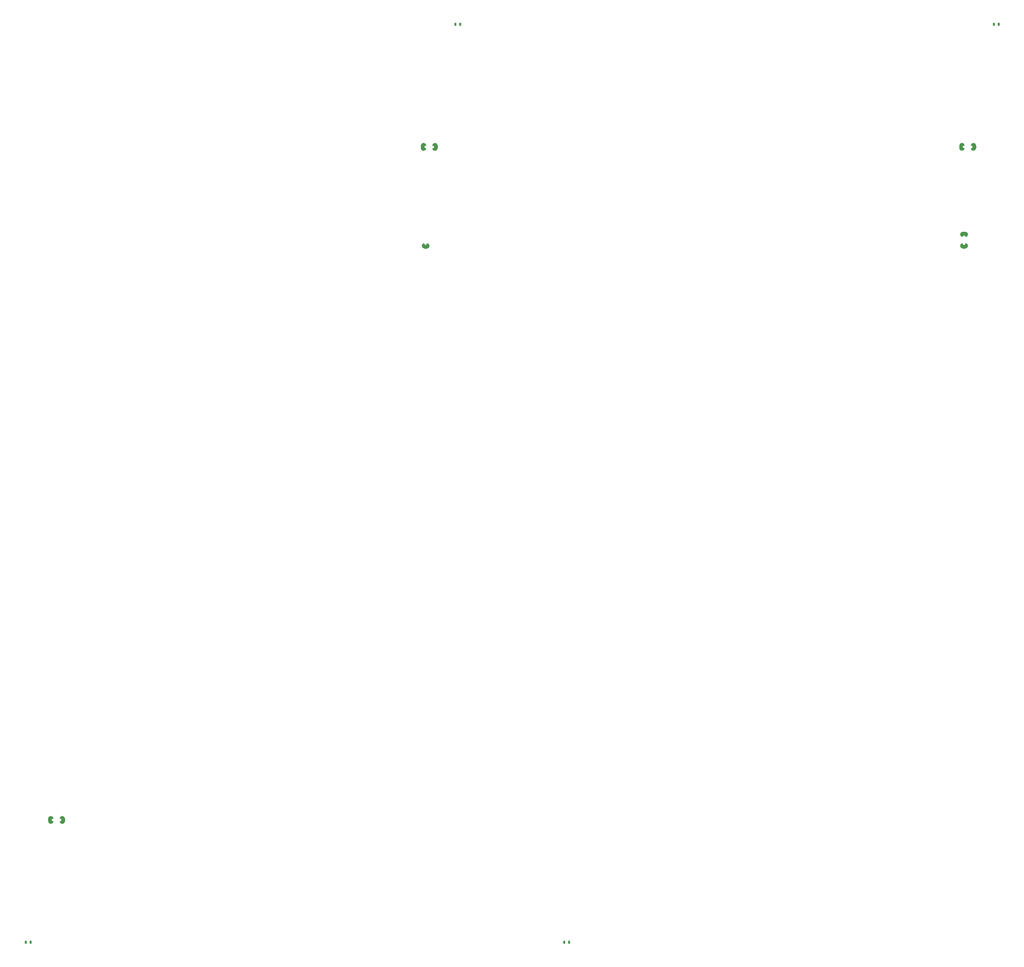
<source format=gbr>
G04 Generated by CircuitCAM Version 4.4*
%FSLAX33Y33*%
%MOMM*%
%ADD10C,0.000000*%
%ADD11C,0.100000*%
%AMROUNDED387*21,1,0.380000,0.280000,0,0,0.0*
21,1,0.280000,0.380000,0,0,0.0*
1,1,0.100000,0.140000,0.140000*
1,1,0.100000,0.140000,-0.140000*
1,1,0.100000,-0.140000,-0.140000*
1,1,0.100000,-0.140000,0.140000*%
%ADD387ROUNDED387*%
%AMROUNDED388*21,1,0.480000,0.380000,0,0,0.0*
21,1,0.380000,0.480000,0,0,0.0*
1,1,0.100000,0.190000,0.190000*
1,1,0.100000,0.190000,-0.190000*
1,1,0.100000,-0.190000,-0.190000*
1,1,0.100000,-0.190000,0.190000*%
%ADD388ROUNDED388*%
%ADD276R,0.914400X1.168400*%
%ADD83R,0.450088X0.549910*%
%ADD295R,1.320800X1.117600*%
%ADD389R,1.117600X1.320800*%
%ADD429O,1.300000X0.500000*%
%ADD430O,1.500000X0.500000*%
%ADD431O,1.370000X0.500000*%
%ADD433O,0.500000X1.500000*%
%ADD438R,0.240000X0.700000*%
%ADD439R,1.168400X0.914400*%
%ADD441O,1.300000X0.240000*%
%ADD449O,1.500000X0.240000*%
%ADD451O,0.320000X1.780000*%
%ADD458O,0.190000X0.700000*%
%ADD459O,0.700000X0.190000*%
%ADD457O,0.190000X0.850000*%
%ADD460O,0.850000X0.190000*%
%ADD465O,0.800000X3.000000*%
%ADD474O,0.240000X0.600000*%
%ADD472O,0.240000X0.680000*%
%ADD394O,3.000000X1.400000*%
%ADD412R,1.000000X1.252000*%
%ADD22O,0.635000X1.143000*%
%AMROUNDED425*21,1,0.290000,0.190000,0,0,0.0*
21,1,0.190000,0.290000,0,0,0.0*
1,1,0.100000,0.095000,0.095000*
1,1,0.100000,0.095000,-0.095000*
1,1,0.100000,-0.095000,-0.095000*
1,1,0.100000,-0.095000,0.095000*%
%ADD425ROUNDED425*%
%ADD72C,1.016000*%
%ADD355C,1.000000*%
%LNSolderPasteTop*%
%LPD*%
G36*
G01X-14839Y40919D02*
G75*
G03X-14364Y41394I0J475D01*
G74*
G01*
G75*
G03X-14831Y41869I-475J0D01*
G74*
G01*
X-14831Y41786D01*
G75*
G02X-15064Y41553I-233J0D01*
G74*
G01*
G75*
G02X-15297Y41786I0J233D01*
G74*
G01*
X-15297Y41869D01*
G75*
G03X-15764Y41394I8J-475D01*
G74*
G01*
G75*
G03X-15289Y40919I475J0D01*
G74*
G01*
X-14839Y40919D01*
G37*

G36*
G01X78969Y42919D02*
G75*
G03X79436Y43394I-8J475D01*
G74*
G01*
G75*
G03X78961Y43869I-475J0D01*
G74*
G01*
X78511Y43869D01*
G75*
G03X78036Y43394I0J-475D01*
G74*
G01*
G75*
G03X78503Y42919I475J0D01*
G74*
G01*
X78503Y43002D01*
G75*
G02X78736Y43235I233J0D01*
G74*
G01*
G75*
G02X78969Y43002I0J-233D01*
G74*
G01*
X78969Y42919D01*
G37*

G36*
G01X78961Y40919D02*
G75*
G03X79436Y41394I0J475D01*
G74*
G01*
G75*
G03X78969Y41869I-475J0D01*
G74*
G01*
X78969Y41786D01*
G75*
G02X78736Y41553I-233J0D01*
G74*
G01*
G75*
G02X78503Y41786I0J233D01*
G74*
G01*
X78503Y41869D01*
G75*
G03X78036Y41394I8J-475D01*
G74*
G01*
G75*
G03X78511Y40919I475J0D01*
G74*
G01*
X78961Y40919D01*
G37*

G36*
G01X78839Y58870D02*
G75*
G03X78364Y59337I-475J-8D01*
G74*
G01*
G75*
G03X77889Y58862I0J-475D01*
G74*
G01*
X77889Y58412D01*
G75*
G03X78364Y57937I475J0D01*
G74*
G01*
G75*
G03X78839Y58404I0J475D01*
G74*
G01*
X78756Y58404D01*
G75*
G02X78523Y58637I0J233D01*
G74*
G01*
G75*
G02X78756Y58870I233J0D01*
G74*
G01*
X78839Y58870D01*
G37*

G36*
G01X80839Y58862D02*
G75*
G03X80364Y59337I-475J0D01*
G74*
G01*
G75*
G03X79889Y58870I0J-475D01*
G74*
G01*
X79972Y58870D01*
G75*
G02X80205Y58637I0J-233D01*
G74*
G01*
G75*
G02X79972Y58404I-233J0D01*
G74*
G01*
X79889Y58404D01*
G75*
G03X80364Y57937I475J8D01*
G74*
G01*
G75*
G03X80839Y58412I0J475D01*
G74*
G01*
X80839Y58862D01*
G37*

G36*
G01X-14961Y58870D02*
G75*
G03X-15436Y59337I-475J-8D01*
G74*
G01*
G75*
G03X-15911Y58862I0J-475D01*
G74*
G01*
X-15911Y58412D01*
G75*
G03X-15436Y57937I475J0D01*
G74*
G01*
G75*
G03X-14961Y58404I0J475D01*
G74*
G01*
X-15044Y58404D01*
G75*
G02X-15277Y58637I0J233D01*
G74*
G01*
G75*
G02X-15044Y58870I233J0D01*
G74*
G01*
X-14961Y58870D01*
G37*

G36*
G01X-12961Y58862D02*
G75*
G03X-13436Y59337I-475J0D01*
G74*
G01*
G75*
G03X-13911Y58870I0J-475D01*
G74*
G01*
X-13828Y58870D01*
G75*
G02X-13595Y58637I0J-233D01*
G74*
G01*
G75*
G02X-13828Y58404I-233J0D01*
G74*
G01*
X-13911Y58404D01*
G75*
G03X-13436Y57937I475J8D01*
G74*
G01*
G75*
G03X-12961Y58412I0J475D01*
G74*
G01*
X-12961Y58862D01*
G37*
M02*
G36*
G01X-78838Y-58870D02*
G75*
G03X-78363Y-59337I475J8D01*
G74*
G01*
G75*
G03X-77888Y-58862I0J475D01*
G74*
G01*
X-77888Y-58412D01*
G75*
G03X-78363Y-57937I-475J0D01*
G74*
G01*
G75*
G03X-78838Y-58404I0J-475D01*
G74*
G01*
X-78755Y-58404D01*
G75*
G02X-78522Y-58637I0J-233D01*
G74*
G01*
G75*
G02X-78755Y-58870I-233J0D01*
G74*
G01*
X-78838Y-58870D01*
G37*
G36*
G01X-80838Y-58862D02*
G75*
G03X-80363Y-59337I475J0D01*
G74*
G01*
G75*
G03X-79888Y-58870I0J475D01*
G74*
G01*
X-79971Y-58870D01*
G75*
G02X-80204Y-58637I0J233D01*
G74*
G01*
G75*
G02X-79971Y-58404I233J0D01*
G74*
G01*
X-79888Y-58404D01*
G75*
G03X-80363Y-57937I-475J-8D01*
G74*
G01*
G75*
G03X-80838Y-58412I0J-475D01*
G74*
G01*
X-80838Y-58862D01*
G37*
G54D83*
X9058Y-79970D03*
X9908Y-79970D03*
X-84742Y-79970D03*
X-83892Y-79970D03*
X-9057Y79970D03*
X-9907Y79970D03*
X84743Y79970D03*
X83893Y79970D03*
M02*
</source>
